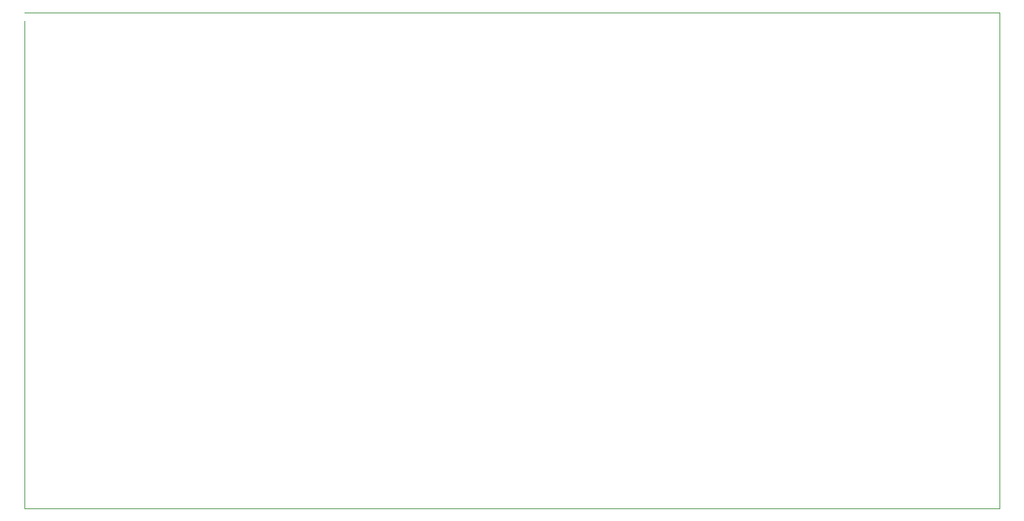
<source format=gbr>
G04 #@! TF.GenerationSoftware,KiCad,Pcbnew,5.1.1-8be2ce7~80~ubuntu16.04.1*
G04 #@! TF.CreationDate,2019-04-23T13:07:39+02:00*
G04 #@! TF.ProjectId,noname,6e6f6e61-6d65-42e6-9b69-6361645f7063,rev?*
G04 #@! TF.SameCoordinates,Original*
G04 #@! TF.FileFunction,Profile,NP*
%FSLAX46Y46*%
G04 Gerber Fmt 4.6, Leading zero omitted, Abs format (unit mm)*
G04 Created by KiCad (PCBNEW 5.1.1-8be2ce7~80~ubuntu16.04.1) date 2019-04-23 13:07:39*
%MOMM*%
%LPD*%
G04 APERTURE LIST*
%ADD10C,0.050000*%
G04 APERTURE END LIST*
D10*
X160500000Y-123000000D02*
X160500000Y-64000000D01*
X278500000Y-123000000D02*
X160500000Y-123000000D01*
X278500000Y-63000000D02*
X278500000Y-123000000D01*
X160500000Y-63000000D02*
X278500000Y-63000000D01*
M02*

</source>
